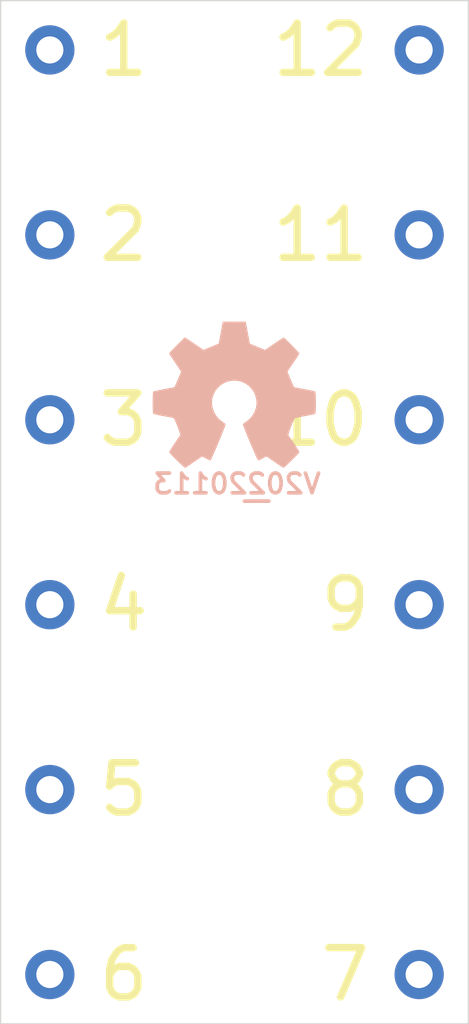
<source format=kicad_pcb>
(kicad_pcb (version 20221018) (generator pcbnew)
  (layers (0 "F.Cu" mixed) (31 "B.Cu" mixed) (34 "B.Paste" user) (35 "F.Paste" user) (36 "B.SilkS" user "B.Silkscreen") (37 "F.SilkS" user "F.Silkscreen") (38 "B.Mask" user) (39 "F.Mask" user) (44 "Edge.Cuts" user))
  (net 0 "")
  (net 1 "Net-(J1-Pin_1)")
  (footprint "mill-max:PC_pin_nail_head_6092" (layer "F.Cu") (at 142.5 62.5)
    (fp_text reference "J1")
    (fp_text value "1" (at 3 0) (layer "F.SilkS") (effects (font (size 2 2) (thickness 0.3))))
    (pad "1" thru_hole circle locked (at 0 0) (size 2 2) (drill 1.1) (layers "*.Cu" "*.Mask") (net 1 "Net-(J1-Pin_1)"))
  )
  (footprint "mill-max:PC_pin_nail_head_6092" (layer "F.Cu") (at 142.5 70)
    (fp_text reference "J2")
    (fp_text value "2" (at 3 0) (layer "F.SilkS") (effects (font (size 2 2) (thickness 0.3))))
    (pad "1" thru_hole circle locked (at 0 0) (size 2 2) (drill 1.1) (layers "*.Cu" "*.Mask") (net 1 "Net-(J1-Pin_1)"))
  )
  (footprint "mill-max:PC_pin_nail_head_6092" (layer "F.Cu") (at 142.5 77.5)
    (fp_text reference "J3")
    (fp_text value "3" (at 3 0) (layer "F.SilkS") (effects (font (size 2 2) (thickness 0.3))))
    (pad "1" thru_hole circle locked (at 0 0) (size 2 2) (drill 1.1) (layers "*.Cu" "*.Mask") (net 1 "Net-(J1-Pin_1)"))
  )
  (footprint "mill-max:PC_pin_nail_head_6092" (layer "F.Cu") (at 142.5 92.5 180)
    (fp_text reference "J5")
    (fp_text value "5" (at -3 0) (layer "F.SilkS") (effects (font (size 2 2) (thickness 0.3))))
    (pad "1" thru_hole circle locked (at 0 0 180) (size 2 2) (drill 1.1) (layers "*.Cu" "*.Mask") (net 1 "Net-(J1-Pin_1)"))
  )
  (footprint "mill-max:PC_pin_nail_head_6092" (layer "F.Cu") (at 142.5 100 180)
    (fp_text reference "J6")
    (fp_text value "6" (at -3 0) (layer "F.SilkS") (effects (font (size 2 2) (thickness 0.3))))
    (pad "1" thru_hole circle locked (at 0 0 180) (size 2 2) (drill 1.1) (layers "*.Cu" "*.Mask") (net 1 "Net-(J1-Pin_1)"))
  )
  (footprint "mill-max:PC_pin_nail_head_6092" (layer "F.Cu") (at 142.5 85 180)
    (fp_text reference "J4")
    (fp_text value "4" (at -3 0) (layer "F.SilkS") (effects (font (size 2 2) (thickness 0.3))))
    (pad "1" thru_hole circle locked (at 0 0 180) (size 2 2) (drill 1.1) (layers "*.Cu" "*.Mask") (net 1 "Net-(J1-Pin_1)"))
  )
  (footprint "mill-max:PC_pin_nail_head_6092" (layer "F.Cu") (at 157.5 70)
    (fp_text reference "J11")
    (fp_text value "11" (at -4 0) (layer "F.SilkS") (effects (font (size 2 2) (thickness 0.3))))
    (pad "1" thru_hole circle locked (at 0 0) (size 2 2) (drill 1.1) (layers "*.Cu" "*.Mask") (net 1 "Net-(J1-Pin_1)"))
  )
  (footprint "mill-max:PC_pin_nail_head_6092" (layer "F.Cu") (at 157.5 92.5)
    (fp_text reference "J8")
    (fp_text value "8" (at -3 0) (layer "F.SilkS") (effects (font (size 2 2) (thickness 0.3))))
    (pad "1" thru_hole circle locked (at 0 0) (size 2 2) (drill 1.1) (layers "*.Cu" "*.Mask") (net 1 "Net-(J1-Pin_1)"))
  )
  (footprint "mill-max:PC_pin_nail_head_6092" (layer "F.Cu") (at 157.5 77.5)
    (fp_text reference "J10")
    (fp_text value "10" (at -4 0) (layer "F.SilkS") (effects (font (size 2 2) (thickness 0.3))))
    (pad "1" thru_hole circle locked (at 0 0) (size 2 2) (drill 1.1) (layers "*.Cu" "*.Mask") (net 1 "Net-(J1-Pin_1)"))
  )
  (footprint "mill-max:PC_pin_nail_head_6092" (layer "F.Cu") (at 157.5 100)
    (fp_text reference "J7")
    (fp_text value "7" (at -3 0) (layer "F.SilkS") (effects (font (size 2 2) (thickness 0.3))))
    (pad "1" thru_hole circle locked (at 0 0) (size 2 2) (drill 1.1) (layers "*.Cu" "*.Mask") (net 1 "Net-(J1-Pin_1)"))
  )
  (footprint "mill-max:PC_pin_nail_head_6092" (layer "F.Cu") (at 157.5 85)
    (fp_text reference "J9")
    (fp_text value "9" (at -3 0) (layer "F.SilkS") (effects (font (size 2 2) (thickness 0.3))))
    (pad "1" thru_hole circle locked (at 0 0) (size 2 2) (drill 1.1) (layers "*.Cu" "*.Mask") (net 1 "Net-(J1-Pin_1)"))
  )
  (footprint "mill-max:PC_pin_nail_head_6092" (layer "F.Cu") (at 157.5 62.5)
    (fp_text reference "J12")
    (fp_text value "12" (at -4 0) (layer "F.SilkS") (effects (font (size 2 2) (thickness 0.3))))
    (pad "1" thru_hole circle locked (at 0 0) (size 2 2) (drill 1.1) (layers "*.Cu" "*.Mask") (net 1 "Net-(J1-Pin_1)"))
  )
  (footprint "Symbol:OSHW-Symbol_6.7x6mm_SilkScreen" (layer "B.Cu") (at 150 76.5 180)
    (fp_text reference "N2" hide)
    (fp_text value "OHWLOGO" hide)
    (fp_poly (pts (xy 0.555814 2.531069) (xy 0.639635 2.086445) (xy 0.94892 1.958947) (xy 1.258206 1.831449) (xy 1.629246 2.083754) (xy 1.733157 2.154004) (xy 1.827087 2.216728) (xy 1.906652 2.269062) (xy 1.96747 2.308143) (xy 2.005157 2.331107) (xy 2.015421 2.336058) (xy 2.03391 2.323324) (xy 2.07342 2.288118) (xy 2.129522 2.234938) (xy 2.197787 2.168282) (xy 2.273786 2.092646) (xy 2.353092 2.012528) (xy 2.431275 1.932426) (xy 2.503907 1.856836) (xy 2.566559 1.790255) (xy 2.614803 1.737182) (xy 2.64421 1.702113) (xy 2.651241 1.690377) (xy 2.641123 1.66874) (xy 2.612759 1.621338) (xy 2.569129 1.552807) (xy 2.513218 1.467785) (xy 2.448006 1.370907) (xy 2.410219 1.31565) (xy 2.341343 1.214752) (xy 2.28014 1.123701) (xy 2.229578 1.04703) (xy 2.192628 0.989272) (xy 2.172258 0.954957) (xy 2.169197 0.947746) (xy 2.176136 0.927252) (xy 2.195051 0.879487) (xy 2.223087 0.811168) (xy 2.257391 0.729011) (xy 2.295109 0.63973) (xy 2.333387 0.550042) (xy 2.36937 0.466662) (xy 2.400206 0.396306) (xy 2.423039 0.34569) (xy 2.435017 0.321529) (xy 2.435724 0.320578) (xy 2.454531 0.315964) (xy 2.504618 0.305672) (xy 2.580793 0.290713) (xy 2.677865 0.272099) (xy 2.790643 0.250841) (xy 2.856442 0.238582) (xy 2.97695 0.215638) (xy 3.085797 0.193805) (xy 3.177476 0.174278) (xy 3.246481 0.158252) (xy 3.287304 0.146921) (xy 3.295511 0.143326) (xy 3.303548 0.118994) (xy 3.310033 0.064041) (xy 3.31497 -0.015108) (xy 3.318364 -0.112026) (xy 3.320218 -0.220287) (xy 3.320538 -0.333465) (xy 3.319327 -0.445135) (xy 3.31659 -0.548868) (xy 3.312331 -0.638241) (xy 3.306555 -0.706826) (xy 3.299267 -0.748197) (xy 3.294895 -0.75681) (xy 3.268764 -0.767133) (xy 3.213393 -0.781892) (xy 3.136107 -0.799352) (xy 3.04423 -0.81778) (xy 3.012158 -0.823741) (xy 2.857524 -0.852066) (xy 2.735375 -0.874876) (xy 2.641673 -0.89308) (xy 2.572384 -0.907583) (xy 2.523471 -0.919292) (xy 2.490897 -0.929115) (xy 2.470628 -0.937956) (xy 2.458626 -0.946724) (xy 2.456947 -0.948457) (xy 2.440184 -0.976371) (xy 2.414614 -1.030695) (xy 2.382788 -1.104777) (xy 2.34726 -1.191965) (xy 2.310583 -1.285608) (xy 2.275311 -1.379052) (xy 2.243996 -1.465647) (xy 2.219193 -1.53874) (xy 2.203454 -1.591678) (xy 2.199332 -1.617811) (xy 2.199676 -1.618726) (xy 2.213641 -1.640086) (xy 2.245322 -1.687084) (xy 2.291391 -1.754827) (xy 2.348518 -1.838423) (xy 2.413373 -1.932982) (xy 2.431843 -1.959854) (xy 2.497699 -2.057275) (xy 2.55565 -2.146163) (xy 2.602538 -2.221412) (xy 2.635207 -2.27792) (xy 2.6505 -2.310581) (xy 2.651241 -2.314593) (xy 2.638392 -2.335684) (xy 2.602888 -2.377464) (xy 2.549293 -2.435445) (xy 2.482171 -2.505135) (xy 2.406087 -2.582045) (xy 2.325604 -2.661683) (xy 2.245287 -2.739561) (xy 2.169699 -2.811186) (xy 2.103405 -2.87207) (xy 2.050969 -2.917721) (xy 2.016955 -2.94365) (xy 2.007545 -2.947883) (xy 1.985643 -2.937912) (xy 1.9408 -2.91102) (xy 1.880321 -2.871736) (xy 1.833789 -2.840117) (xy 1.749475 -2.782098) (xy 1.649626 -2.713784) (xy 1.549473 -2.645579) (xy 1.495627 -2.609075) (xy 1.313371 -2.4858) (xy 1.160381 -2.56852) (xy 1.090682 -2.604759) (xy 1.031414 -2.632926) (xy 0.991311 -2.648991) (xy 0.981103 -2.651226) (xy 0.968829 -2.634722) (xy 0.944613 -2.588082) (xy 0.910263 -2.515609) (xy 0.867588 -2.421606) (xy 0.818394 -2.310374) (xy 0.76449 -2.186215) (xy 0.707684 -2.053432) (xy 0.649782 -1.916327) (xy 0.592593 -1.779202) (xy 0.537924 -1.646358) (xy 0.487584 -1.522098) (xy 0.44338 -1.410725) (xy 0.407119 -1.316539) (xy 0.380609 -1.243844) (xy 0.365658 -1.196941) (xy 0.363254 -1.180833) (xy 0.382311 -1.160286) (xy 0.424036 -1.126933) (xy 0.479706 -1.087702) (xy 0.484378 -1.084599) (xy 0.628264 -0.969423) (xy 0.744283 -0.835053) (xy 0.83143 -0.685784) (xy 0.888699 -0.525913) (xy 0.915086 -0.359737) (xy 0.909585 -0.191552) (xy 0.87119 -0.025655) (xy 0.798895 0.133658) (xy 0.777626 0.168513) (xy 0.666996 0.309263) (xy 0.536302 0.422286) (xy 0.390064 0.506997) (xy 0.232808 0.562806) (xy 0.069057 0.589126) (xy -0.096667 0.58537) (xy -0.259838 0.55095) (xy -0.415935 0.485277) (xy -0.560433 0.387765) (xy -0.605131 0.348187) (xy -0.718888 0.224297) (xy -0.801782 0.093876) (xy -0.858644 -0.052315) (xy -0.890313 -0.197088) (xy -0.898131 -0.35986) (xy -0.872062 -0.52344) (xy -0.814755 -0.682298) (xy -0.728856 -0.830906) (xy -0.617014 -0.963735) (xy -0.481877 -1.075256) (xy -0.464117 -1.087011) (xy -0.40785 -1.125508) (xy -0.365077 -1.158863) (xy -0.344628 -1.18016) (xy -0.344331 -1.180833) (xy -0.348721 -1.203871) (xy -0.366124 -1.256157) (xy -0.394732 -1.33339) (xy -0.432735 -1.431268) (xy -0.478326 -1.545491) (xy -0.529697 -1.671758) (xy -0.585038 -1.805767) (xy -0.642542 -1.943218) (xy -0.700399 -2.079808) (xy -0.756802 -2.211237) (xy -0.809942 -2.333205) (xy -0.85801 -2.441409) (xy -0.899199 -2.531549) (xy -0.931699 -2.599323) (xy -0.953703 -2.64043) (xy -0.962564 -2.651226) (xy -0.98964 -2.642819) (xy -1.040303 -2.620272) (xy -1.105817 -2.587613) (xy -1.141841 -2.56852) (xy -1.294832 -2.4858) (xy -1.477088 -2.609075) (xy -1.570125 -2.672228) (xy -1.671985 -2.741727) (xy -1.767438 -2.807165) (xy -1.81525 -2.840117) (xy -1.882495 -2.885273) (xy -1.939436 -2.921057) (xy -1.978646 -2.942938) (xy -1.991381 -2.947563) (xy -2.009917 -2.935085) (xy -2.050941 -2.900252) (xy -2.110475 -2.846678) (xy -2.184542 -2.777983) (xy -2.269165 -2.697781) (xy -2.322685 -2.646286) (xy -2.416319 -2.554286) (xy -2.497241 -2.471999) (xy -2.562177 -2.402945) (xy -2.607858 -2.350644) (xy -2.631011 -2.318616) (xy -2.633232 -2.312116) (xy -2.622924 -2.287394) (xy -2.594439 -2.237405) (xy -2.550937 -2.167212) (xy -2.495577 -2.081875) (xy -2.43152 -1.986456) (xy -2.413303 -1.959854) (xy -2.346927 -1.863167) (xy -2.287378 -1.776117) (xy -2.237984 -1.703595) (xy -2.202075 -1.650493) (xy -2.182981 -1.621703) (xy -2.181136 -1.618726) (xy -2.183895 -1.595782) (xy -2.198538 -1.545336) (xy -2.222513 -1.474041) (xy -2.253266 -1.388547) (xy -2.288244 -1.295507) (xy -2.324893 -1.201574) (xy -2.360661 -1.113399) (xy -2.392994 -1.037634) (xy -2.419338 -0.980931) (xy -2.437142 -0.949943) (xy -2.438407 -0.948457) (xy -2.449294 -0.939601) (xy -2.467682 -0.930843) (xy -2.497606 -0.921277) (xy -2.543103 -0.909996) (xy -2.608209 -0.896093) (xy -2.696961 -0.878663) (xy -2.813393 -0.856798) (xy -2.961542 -0.829591) (xy -2.993618 -0.823741) (xy -3.088686 -0.805374) (xy -3.171565 -0.787405) (xy -3.23493 -0.771569) (xy -3.271458 -0.7596) (xy -3.276356 -0.75681) (xy -3.284427 -0.732072) (xy -3.290987 -0.67679) (xy -3.296033 -0.597389) (xy -3.299559 -0.500296) (xy -3.301561 -0.391938) (xy -3.302036 -0.27874) (xy -3.300977 -0.167128) (xy -3.298382 -0.063529) (xy -3.294246 0.025632) (xy -3.288563 0.093928) (xy -3.281331 0.134934) (xy -3.276971 0.143326) (xy -3.252698 0.151792) (xy -3.197426 0.165565) (xy -3.116662 0.18345) (xy -3.015912 0.204252) (xy -2.900683 0.226777) (xy -2.837902 0.238582) (xy -2.718787 0.260849) (xy -2.612565 0.281021) (xy -2.524427 0.298085) (xy -2.459566 0.311031) (xy -2.423174 0.318845) (xy -2.417184 0.320578) (xy -2.407061 0.34011) (xy -2.385662 0.387157) (xy -2.355839 0.454997) (xy -2.320445 0.536909) (xy -2.282332 0.626172) (xy -2.244353 0.716065) (xy -2.20936 0.799865) (xy -2.180206 0.870853) (xy -2.159743 0.922306) (xy -2.150823 0.947503) (xy -2.150657 0.948604) (xy -2.160769 0.968481) (xy -2.189117 1.014223) (xy -2.232723 1.081283) (xy -2.288606 1.165116) (xy -2.353787 1.261174) (xy -2.391679 1.31635) (xy -2.460725 1.417519) (xy -2.52205 1.50937) (xy -2.572663 1.587256) (xy -2.609571 1.646531) (xy -2.629782 1.682549) (xy -2.632701 1.690623) (xy -2.620153 1.709416) (xy -2.585463 1.749543) (xy -2.533063 1.806507) (xy -2.467384 1.875815) (xy -2.392856 1.952969) (xy -2.313913 2.033475) (xy -2.234983 2.112837) (xy -2.1605 2.18656) (xy -2.094894 2.250148) (xy -2.042596 2.299106) (xy -2.008039 2.328939) (xy -1.996478 2.336058) (xy -1.977654 2.326047) (xy -1.932631 2.297922) (xy -1.865787 2.254546) (xy -1.781499 2.198782) (xy -1.684144 2.133494) (xy -1.610707 2.083754) (xy -1.239667 1.831449) (xy -0.621095 2.086445) (xy -0.537275 2.531069) (xy -0.453454 2.975693) (xy 0.471994 2.975693) (xy 0.555814 2.531069)) (stroke (width 0.01)) (fill solid) (layer "B.SilkS"))
  )
  (footprint "SquantorLabels:Label_Generic" (layer "B.Cu") (at 150.9 80.2 180)
    (fp_text reference "N1" hide)
    (fp_text value "V20220113" (at 0.8 0.1) (layer "B.SilkS") (effects (font (size 0.8 0.8)) (justify mirror)))
    (fp_line (start -0.5 -0.6) (end 0.5 -0.6) (stroke (width 0.15)) (layer "B.SilkS"))
  )
  (gr_line (start 140.5 102) (end 159.5 102) (stroke (width 0.05)) (layer "Edge.Cuts"))
  (gr_line (start 159.5 60.5) (end 159.5 102) (stroke (width 0.05)) (layer "Edge.Cuts"))
  (gr_line (start 159.5 60.5) (end 140.5 60.5) (stroke (width 0.05)) (layer "Edge.Cuts"))
  (gr_line (start 140.5 102) (end 140.5 60.5) (stroke (width 0.05)) (layer "Edge.Cuts"))
)
</source>
